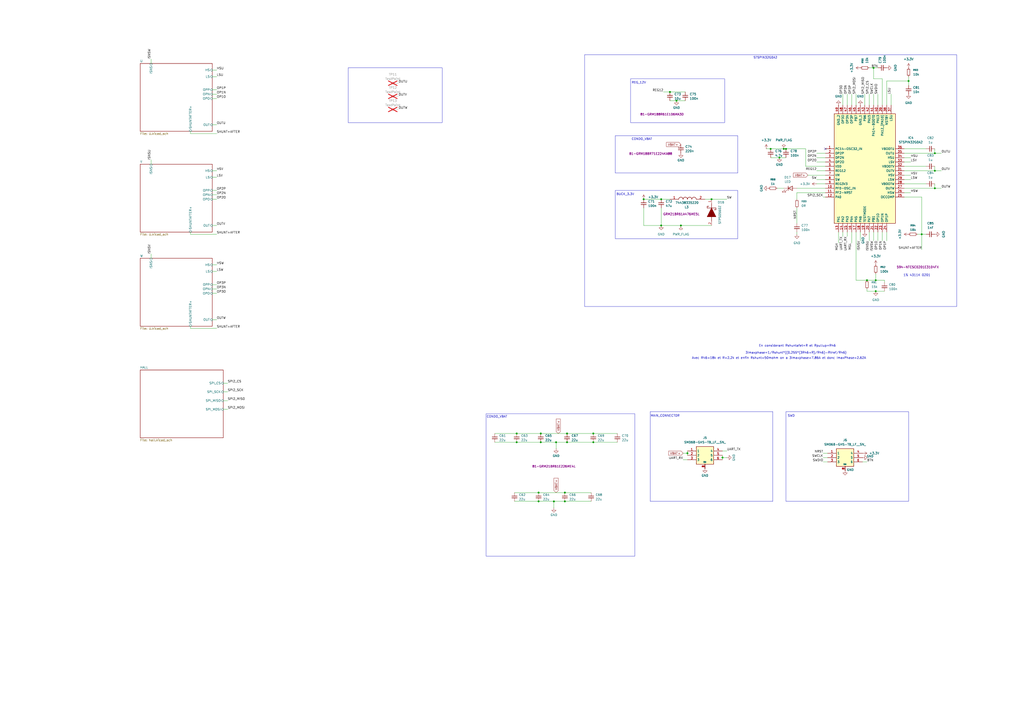
<source format=kicad_sch>
(kicad_sch (version 20250114) (generator "eeschema") (generator_version "9.0")
  (paper "A2")
  (rectangle (start 356.87 78.74) (end 427.99 100.33))
  (rectangle (start 339.09 31.75) (end 554.99 177.8))
  (rectangle (start 356.87 110.49) (end 427.99 138.43))
  (rectangle (start 281.94 240.03) (end 368.3 322.58))
  (rectangle (start 365.76 45.72) (end 420.37 71.12))
  (rectangle (start 201.93 39.37) (end 256.54 71.12))
  (rectangle (start 377.19 238.76) (end 448.31 290.83))
  (rectangle (start 455.93 238.76) (end 527.05 290.83))
  (text "BUCK_3.3V\n" (at 362.712 112.776 0) (effects (font (size 1.27 1.27))))
  (text "STSPIN32G0A2" (at 443.992 33.528 0) (effects (font (size 1.27 1.27))))
  (text "CONDO_VBAT" (at 288.29 241.808 0) (effects (font (size 1.27 1.27))))
  (text "MAIN_CONNECTOR" (at 385.826 241.3 0) (effects (font (size 1.27 1.27))))
  (text "1% 4311K 0201" (at 531.876 159.766 0) (effects (font (size 1.27 1.27))))
  (text "SWD\n" (at 458.978 241.3 0) (effects (font (size 1.27 1.27))))
  (text "CONDO_VBAT" (at 372.364 80.772 0) (effects (font (size 1.27 1.27))))
  (text "En considerant Rshuntafet=R et Rpullup=R46" (at 462.534 200.66 0) (effects (font (size 1.27 1.27))))
  (text "3Imaxphase=1/Rshunt*((0.255*(3R46+R)/R46)-RVref/R46)\n" (at 461.772 204.724 0) (effects (font (size 1.27 1.27))))
  (text "Avec R46=18k et R=2.2k et enfin Rshunt=50mohm on a 3Imaxphase=7.86A et donc ImaxPhase=2.62A" (at 451.866 207.772 0) (effects (font (size 1.27 1.27))))
  (text "REG_12V\n" (at 370.586 48.006 0) (effects (font (size 1.27 1.27))))
  (junction (at 373.38 115.57))
  (junction (at 419.1 265.43))
  (junction (at 508 162.56))
  (junction (at 542.29 109.22))
  (junction (at 328.93 256.54))
  (junction (at 344.17 251.46))
  (junction (at 299.72 251.46))
  (junction (at 321.31 290.83))
  (junction (at 455.93 86.36))
  (junction (at 452.12 91.44))
  (junction (at 542.29 99.06))
  (junction (at 299.72 256.54))
  (junction (at 313.69 251.46))
  (junction (at 392.43 58.42))
  (junction (at 383.54 115.57))
  (junction (at 454.66 86.36))
  (junction (at 328.93 251.46))
  (junction (at 394.97 130.81))
  (junction (at 542.29 88.9))
  (junction (at 327.66 285.75))
  (junction (at 388.62 53.34))
  (junction (at 447.04 86.36))
  (junction (at 506.73 39.37))
  (junction (at 412.75 115.57))
  (junction (at 312.42 290.83))
  (junction (at 327.66 290.83))
  (junction (at 508 168.91))
  (junction (at 527.05 46.99))
  (junction (at 322.58 256.54))
  (junction (at 383.54 130.81))
  (junction (at 313.69 256.54))
  (junction (at 344.17 256.54))
  (junction (at 312.42 285.75))
  (junction (at 502.92 162.56))
  (junction (at 534.67 135.89))
  (junction (at 398.78 262.89))
  (no_connect (at 478.79 86.36))
  (wire (pts (xy 524.51 109.22) (xy 542.29 109.22)))
  (wire (pts (xy 506.73 54.61) (xy 506.73 60.96)))
  (wire (pts (xy 125.73 153.67) (xy 123.19 153.67)))
  (wire (pts (xy 508 168.91) (xy 513.08 168.91)))
  (wire (pts (xy 419.1 265.43) (xy 419.1 266.7)))
  (wire (pts (xy 125.73 157.48) (xy 123.19 157.48)))
  (wire (pts (xy 528.32 111.76) (xy 524.51 111.76)))
  (wire (pts (xy 496.57 162.56) (xy 502.92 162.56)))
  (wire (pts (xy 494.03 140.97) (xy 494.03 134.62)))
  (wire (pts (xy 125.73 130.81) (xy 123.19 130.81)))
  (wire (pts (xy 110.49 190.5) (xy 110.49 189.23)))
  (wire (pts (xy 398.78 262.89) (xy 398.78 264.16)))
  (wire (pts (xy 87.63 92.71) (xy 87.63 95.25)))
  (wire (pts (xy 125.73 77.47) (xy 110.49 77.47)))
  (wire (pts (xy 383.54 130.81) (xy 394.97 130.81)))
  (wire (pts (xy 322.58 256.54) (xy 322.58 260.35)))
  (wire (pts (xy 504.19 54.61) (xy 504.19 60.96)))
  (wire (pts (xy 125.73 72.39) (xy 123.19 72.39)))
  (wire (pts (xy 473.71 88.9) (xy 478.79 88.9)))
  (wire (pts (xy 398.78 261.62) (xy 398.78 262.89)))
  (wire (pts (xy 502.92 168.91) (xy 508 168.91)))
  (wire (pts (xy 287.02 251.46) (xy 299.72 251.46)))
  (wire (pts (xy 125.73 54.61) (xy 123.19 54.61)))
  (wire (pts (xy 322.58 256.54) (xy 328.93 256.54)))
  (wire (pts (xy 125.73 170.18) (xy 123.19 170.18)))
  (wire (pts (xy 542.29 106.68) (xy 542.29 109.22)))
  (wire (pts (xy 524.51 114.3) (xy 534.67 114.3)))
  (wire (pts (xy 298.45 290.83) (xy 312.42 290.83)))
  (wire (pts (xy 396.24 266.7) (xy 398.78 266.7)))
  (wire (pts (xy 506.73 45.72) (xy 506.73 39.37)))
  (wire (pts (xy 473.71 91.44) (xy 478.79 91.44)))
  (wire (pts (xy 383.54 115.57) (xy 388.62 115.57)))
  (wire (pts (xy 542.29 88.9) (xy 546.1 88.9)))
  (wire (pts (xy 528.32 93.98) (xy 524.51 93.98)))
  (wire (pts (xy 125.73 110.49) (xy 123.19 110.49)))
  (wire (pts (xy 504.19 139.7) (xy 504.19 134.62)))
  (wire (pts (xy 534.67 114.3) (xy 534.67 135.89)))
  (wire (pts (xy 514.35 46.99) (xy 527.05 46.99)))
  (wire (pts (xy 528.32 91.44) (xy 524.51 91.44)))
  (wire (pts (xy 313.69 251.46) (xy 328.93 251.46)))
  (wire (pts (xy 125.73 102.87) (xy 123.19 102.87)))
  (wire (pts (xy 344.17 256.54) (xy 358.14 256.54)))
  (wire (pts (xy 125.73 185.42) (xy 123.19 185.42)))
  (wire (pts (xy 511.81 60.96) (xy 511.81 45.72)))
  (wire (pts (xy 477.52 262.89) (xy 480.06 262.89)))
  (wire (pts (xy 516.89 54.61) (xy 516.89 60.96)))
  (wire (pts (xy 125.73 99.06) (xy 123.19 99.06)))
  (wire (pts (xy 328.93 251.46) (xy 344.17 251.46)))
  (wire (pts (xy 373.38 130.81) (xy 373.38 120.65)))
  (wire (pts (xy 502.92 267.97) (xy 500.38 267.97)))
  (wire (pts (xy 494.03 54.61) (xy 494.03 60.96)))
  (wire (pts (xy 496.57 134.62) (xy 496.57 162.56)))
  (wire (pts (xy 388.62 53.34) (xy 397.51 53.34)))
  (wire (pts (xy 502.92 162.56) (xy 508 162.56)))
  (wire (pts (xy 313.69 256.54) (xy 322.58 256.54)))
  (wire (pts (xy 527.05 44.45) (xy 527.05 46.99)))
  (wire (pts (xy 447.04 86.36) (xy 454.66 86.36)))
  (wire (pts (xy 373.38 115.57) (xy 383.54 115.57)))
  (wire (pts (xy 321.31 290.83) (xy 327.66 290.83)))
  (wire (pts (xy 455.93 86.36) (xy 467.36 86.36)))
  (wire (pts (xy 486.41 140.97) (xy 486.41 134.62)))
  (wire (pts (xy 125.73 167.64) (xy 123.19 167.64)))
  (wire (pts (xy 488.95 54.61) (xy 488.95 60.96)))
  (wire (pts (xy 125.73 40.64) (xy 123.19 40.64)))
  (wire (pts (xy 513.08 162.56) (xy 513.08 163.83)))
  (wire (pts (xy 421.64 265.43) (xy 419.1 265.43)))
  (wire (pts (xy 328.93 256.54) (xy 344.17 256.54)))
  (wire (pts (xy 473.71 106.68) (xy 478.79 106.68)))
  (wire (pts (xy 450.85 109.22) (xy 454.66 109.22)))
  (wire (pts (xy 542.29 96.52) (xy 542.29 99.06)))
  (wire (pts (xy 542.29 86.36) (xy 542.29 88.9)))
  (wire (pts (xy 506.73 39.37) (xy 509.27 39.37)))
  (wire (pts (xy 491.49 137.16) (xy 491.49 134.62)))
  (wire (pts (xy 542.29 99.06) (xy 546.1 99.06)))
  (wire (pts (xy 491.49 54.61) (xy 491.49 60.96)))
  (wire (pts (xy 87.63 147.32) (xy 87.63 149.86)))
  (wire (pts (xy 508 162.56) (xy 508 158.75)))
  (wire (pts (xy 125.73 52.07) (xy 123.19 52.07)))
  (wire (pts (xy 468.63 101.6) (xy 478.79 101.6)))
  (wire (pts (xy 110.49 77.47) (xy 110.49 76.2)))
  (wire (pts (xy 467.36 96.52) (xy 478.79 96.52)))
  (wire (pts (xy 509.27 139.7) (xy 509.27 134.62)))
  (wire (pts (xy 473.71 93.98) (xy 478.79 93.98)))
  (wire (pts (xy 125.73 115.57) (xy 123.19 115.57)))
  (wire (pts (xy 396.24 262.89) (xy 398.78 262.89)))
  (wire (pts (xy 110.49 135.89) (xy 110.49 134.62)))
  (wire (pts (xy 392.43 58.42) (xy 397.51 58.42)))
  (wire (pts (xy 125.73 57.15) (xy 123.19 57.15)))
  (wire (pts (xy 388.62 58.42) (xy 392.43 58.42)))
  (wire (pts (xy 496.57 54.61) (xy 496.57 60.96)))
  (wire (pts (xy 447.04 91.44) (xy 452.12 91.44)))
  (wire (pts (xy 524.51 88.9) (xy 542.29 88.9)))
  (wire (pts (xy 87.63 34.29) (xy 87.63 36.83)))
  (wire (pts (xy 421.64 261.62) (xy 419.1 261.62)))
  (wire (pts (xy 412.75 115.57) (xy 421.64 115.57)))
  (wire (pts (xy 132.08 222.25) (xy 129.54 222.25)))
  (wire (pts (xy 513.08 162.56) (xy 508 162.56)))
  (wire (pts (xy 125.73 135.89) (xy 110.49 135.89)))
  (wire (pts (xy 298.45 285.75) (xy 312.42 285.75)))
  (wire (pts (xy 419.1 265.43) (xy 419.1 264.16)))
  (wire (pts (xy 299.72 256.54) (xy 313.69 256.54)))
  (wire (pts (xy 511.81 139.7) (xy 511.81 134.62)))
  (wire (pts (xy 462.28 120.65) (xy 462.28 129.54)))
  (wire (pts (xy 524.51 86.36) (xy 537.21 86.36)))
  (wire (pts (xy 312.42 285.75) (xy 327.66 285.75)))
  (wire (pts (xy 506.73 139.7) (xy 506.73 134.62)))
  (wire (pts (xy 473.71 104.14) (xy 478.79 104.14)))
  (wire (pts (xy 524.51 99.06) (xy 542.29 99.06)))
  (wire (pts (xy 125.73 165.1) (xy 123.19 165.1)))
  (wire (pts (xy 528.32 104.14) (xy 524.51 104.14)))
  (wire (pts (xy 125.73 113.03) (xy 123.19 113.03)))
  (wire (pts (xy 477.52 265.43) (xy 480.06 265.43)))
  (wire (pts (xy 504.19 39.37) (xy 506.73 39.37)))
  (wire (pts (xy 532.13 135.89) (xy 534.67 135.89)))
  (wire (pts (xy 383.54 120.65) (xy 383.54 130.81)))
  (wire (pts (xy 477.52 114.3) (xy 478.79 114.3)))
  (wire (pts (xy 327.66 285.75) (xy 342.9 285.75)))
  (wire (pts (xy 502.92 167.64) (xy 502.92 168.91)))
  (wire (pts (xy 327.66 290.83) (xy 342.9 290.83)))
  (wire (pts (xy 477.52 267.97) (xy 480.06 267.97)))
  (wire (pts (xy 527.05 46.99) (xy 527.05 49.53)))
  (wire (pts (xy 312.42 290.83) (xy 321.31 290.83)))
  (wire (pts (xy 454.66 86.36) (xy 455.93 86.36)))
  (wire (pts (xy 528.32 101.6) (xy 524.51 101.6)))
  (wire (pts (xy 524.51 106.68) (xy 537.21 106.68)))
  (wire (pts (xy 452.12 91.44) (xy 455.93 91.44)))
  (wire (pts (xy 488.95 137.16) (xy 488.95 134.62)))
  (wire (pts (xy 373.38 130.81) (xy 383.54 130.81)))
  (wire (pts (xy 524.51 96.52) (xy 537.21 96.52)))
  (wire (pts (xy 514.35 46.99) (xy 514.35 60.96)))
  (wire (pts (xy 473.71 99.06) (xy 478.79 99.06)))
  (wire (pts (xy 534.67 135.89) (xy 534.67 144.78)))
  (wire (pts (xy 287.02 256.54) (xy 299.72 256.54)))
  (wire (pts (xy 462.28 109.22) (xy 478.79 109.22)))
  (wire (pts (xy 509.27 54.61) (xy 509.27 60.96)))
  (wire (pts (xy 478.79 111.76) (xy 462.28 111.76)))
  (wire (pts (xy 125.73 44.45) (xy 123.19 44.45)))
  (wire (pts (xy 394.97 130.81) (xy 412.75 130.81)))
  (wire (pts (xy 132.08 237.49) (xy 129.54 237.49)))
  (wire (pts (xy 129.54 227.33) (xy 132.08 227.33)))
  (wire (pts (xy 408.94 115.57) (xy 412.75 115.57)))
  (wire (pts (xy 462.28 134.62) (xy 462.28 135.89)))
  (wire (pts (xy 462.28 111.76) (xy 462.28 115.57)))
  (wire (pts (xy 501.65 54.61) (xy 501.65 60.96)))
  (wire (pts (xy 499.11 139.7) (xy 499.11 134.62)))
  (wire (pts (xy 299.72 251.46) (xy 313.69 251.46)))
  (wire (pts (xy 444.5 86.36) (xy 447.04 86.36)))
  (wire (pts (xy 321.31 290.83) (xy 321.31 294.64)))
  (wire (pts (xy 384.81 53.34) (xy 388.62 53.34)))
  (wire (pts (xy 344.17 251.46) (xy 358.14 251.46)))
  (wire (pts (xy 467.36 86.36) (xy 467.36 96.52)))
  (wire (pts (xy 534.67 135.89) (xy 537.21 135.89)))
  (wire (pts (xy 132.08 232.41) (xy 129.54 232.41)))
  (wire (pts (xy 511.81 45.72) (xy 506.73 45.72)))
  (wire (pts (xy 514.35 139.7) (xy 514.35 134.62)))
  (wire (pts (xy 542.29 109.22) (xy 546.1 109.22)))
  (wire (pts (xy 125.73 190.5) (xy 110.49 190.5)))
  (label "LSV" (at 125.73 102.87 0))
  (label "NRST" (at 477.52 262.89 180))
  (label "SW" (at 473.71 104.14 180))
  (label "SPI2_MISO" (at 132.08 232.41 0))
  (label "HSW" (at 125.73 153.67 0))
  (label "HSV" (at 528.32 101.6 0))
  (label "SPI2_CS" (at 132.08 222.25 0))
  (label "NRST" (at 462.28 127 90))
  (label "OP1O" (at 125.73 57.15 0))
  (label "OP2O" (at 473.71 93.98 180))
  (label "ISNSU" (at 87.63 92.71 90))
  (label "ISNSU" (at 504.19 139.7 270))
  (label "HSU" (at 125.73 40.64 0))
  (label "OP2O" (at 125.73 115.57 0))
  (label "OUTV" (at 546.1 99.06 0))
  (label "MGL" (at 494.03 140.97 270))
  (label "SPI2_CS" (at 504.19 54.61 90))
  (label "BTN" (at 502.92 267.97 0))
  (label "OP3N" (at 125.73 167.64 0))
  (label "SPI2_SCK" (at 477.52 114.3 180))
  (label "UART_TX" (at 488.95 137.16 270))
  (label "OP2P" (at 473.71 88.9 180))
  (label "SPI2_MOSI" (at 132.08 237.49 0))
  (label "OP3P" (at 125.73 165.1 0))
  (label "OP1N" (at 511.81 139.7 270))
  (label "OUTW" (at 546.1 109.22 0))
  (label "OUTW" (at 231.14 63.5 0))
  (label "OP1N" (at 125.73 54.61 0))
  (label "OUTU" (at 546.1 88.9 0))
  (label "OP1P" (at 125.73 52.07 0))
  (label "ISNSV" (at 499.11 139.7 270))
  (label "LSU" (at 516.89 54.61 90))
  (label "OUTU" (at 125.73 72.39 0))
  (label "SHUNT+AFTER" (at 125.73 135.89 0))
  (label "OUTV" (at 231.14 55.88 0))
  (label "UART_RX" (at 396.24 266.7 180))
  (label "LSV" (at 528.32 93.98 0))
  (label "REG12" (at 384.81 53.34 180))
  (label "UART_RX" (at 491.49 137.16 270))
  (label "LSU" (at 125.73 44.45 0))
  (label "LSW" (at 528.32 104.14 0))
  (label "SPI2_MOSI" (at 496.57 54.61 90))
  (label "SW" (at 421.64 115.57 0))
  (label "SWDIO" (at 509.27 54.61 90))
  (label "UART_TX" (at 421.64 261.62 0))
  (label "ISNSV" (at 87.63 147.32 90))
  (label "OP1O" (at 509.27 139.7 270))
  (label "SWDIO" (at 477.52 267.97 180))
  (label "HSU" (at 528.32 91.44 0))
  (label "OP3P" (at 494.03 54.61 90))
  (label "REG12" (at 473.71 99.06 180))
  (label "HSV" (at 125.73 99.06 0))
  (label "OP1P" (at 514.35 139.7 270))
  (label "ISNSW" (at 87.63 34.29 90))
  (label "SHUNT+AFTER" (at 534.67 144.78 180))
  (label "OUTW" (at 125.73 185.42 0))
  (label "HSW" (at 528.32 111.76 0))
  (label "OP2N" (at 125.73 113.03 0))
  (label "SPI2_SCK" (at 132.08 227.33 0))
  (label "SWCLK" (at 506.73 54.61 90))
  (label "LSW" (at 125.73 157.48 0))
  (label "BTN" (at 505.46 39.37 0))
  (label "OP3N" (at 491.49 54.61 90))
  (label "OUTU" (at 231.14 48.26 0))
  (label "ISNSW" (at 506.73 139.7 270))
  (label "MGH" (at 486.41 140.97 270))
  (label "SWCLK" (at 477.52 265.43 180))
  (label "OP2P" (at 125.73 110.49 0))
  (label "OP3O" (at 125.73 170.18 0))
  (label "SPI2_MISO" (at 501.65 54.61 90))
  (label "OP2N" (at 473.71 91.44 180))
  (label "SHUNT+AFTER" (at 125.73 77.47 0))
  (label "OUTV" (at 125.73 130.81 0))
  (label "SHUNT+AFTER" (at 125.73 190.5 0))
  (label "OP3O" (at 488.95 54.61 90))
  (global_label "VBAT+" (shape input) (at 394.97 83.82 180) (property "Intersheetrefs" "${INTERSHEET_REFS}" (effects (hide yes))))
  (global_label "VBAT+" (shape input) (at 322.58 285.75 90) (property "Intersheetrefs" "${INTERSHEET_REFS}" (effects (hide yes))))
  (global_label "VBAT+" (shape input) (at 468.63 101.6 180) (property "Intersheetrefs" "${INTERSHEET_REFS}" (effects (hide yes))))
  (global_label "VBAT+" (shape input) (at 323.85 251.46 90) (property "Intersheetrefs" "${INTERSHEET_REFS}" (effects (hide yes))))
  (global_label "VBAT+" (shape input) (at 396.24 262.89 180) (property "Intersheetrefs" "${INTERSHEET_REFS}" (effects (hide yes))))
  (symbol (lib_id "Device:C_Small") (at 539.75 96.52 90) (unit 1)
    (property "Reference" "C3" (at 539.7563 90.17 90))
    (property "Value" "1u" (at 539.7563 92.71 90))
    (property "Footprint" "Capacitor_SMD:C_0603_1608Metric" (effects (hide yes)))
    (property "Description" "Unpolarized capacitor, small symbol" (effects (hide yes)))
    (property "Manufacturer_Part_Number" "GCM188M8EH105KE8D" (effects (hide yes)))
    (property "Mouser Part Number" "81-GCM188M8EH105KE8D" (effects (hide yes)))
    (instances (project "FOC_CONTROLLER_V1" (path "" (reference "C83") (unit 1)) (path "" (reference "C3") (unit 1)) (path "" (reference "C48") (unit 1))))
  )
  (symbol (lib_id "Connector:TestPoint") (at 231.14 55.88 90) (unit 1) (dnp yes)
    (property "Reference" "TP6" (at 227.838 50.8 90))
    (property "Value" "TestPoint" (at 227.838 53.34 90))
    (property "Footprint" "samacsys:hole_1.5mm" (effects (hide yes)))
    (property "Description" "test point" (effects (hide yes)))
    (instances (project "FOC_CONTROLLER_V1" (path "" (reference "TP12") (unit 1)) (path "" (reference "TP6") (unit 1)) (path "" (reference "TP9") (unit 1))))
  )
  (symbol (lib_id "power:GND") (at 462.28 135.89 0) (unit 1)
    (property "Reference" "#PWR013" (effects (hide yes)))
    (property "Value" "GND" (at 462.28 140.97 0))
    (property "Description" "Power symbol creates a global label with name \"GND\" , ground" (effects (hide yes)))
    (instances (project "FOC_CONTROLLER_V1" (path "" (reference "#PWR098") (unit 1)) (path "" (reference "#PWR013") (unit 1)) (path "" (reference "#PWR034") (unit 1))))
  )
  (symbol (lib_id "power:GND") (at 445.77 109.22 270) (unit 1)
    (property "Reference" "#PWR047" (effects (hide yes)))
    (property "Value" "GND" (at 441.706 109.22 0))
    (property "Description" "Power symbol creates a global label with name \"GND\" , ground" (effects (hide yes)))
    (instances (project "FOC_CONTROLLER_V1" (path "" (reference "#PWR097") (unit 1)) (path "" (reference "#PWR047") (unit 1)) (path "" (reference "#PWR033") (unit 1))))
  )
  (symbol (lib_id "Device:C_Small") (at 388.62 55.88 180) (unit 1)
    (property "Reference" "C11" (at 391.16 54.6035 0) (effects (justify right)))
    (property "Value" "10u" (at 391.16 57.1435 0) (effects (justify right)))
    (property "Footprint" "Capacitor_SMD:C_0603_1608Metric" (effects (hide yes)))
    (property "Description" "Unpolarized capacitor, small symbol" (effects (hide yes)))
    (property "Manufacturer_Part_Number" "GRM188R61E106MA3D" (effects (hide yes)))
    (property "Mouser Part Number" "81-GRM188R61E106MA3D" (at 384.048 66.294 0))
    (instances (project "FOC_CONTROLLER_V1" (path "" (reference "C73") (unit 1)) (path "" (reference "C11") (unit 1)) (path "" (reference "C38") (unit 1))))
  )
  (symbol (lib_id "power:GND") (at 394.97 88.9 0) (unit 1)
    (property "Reference" "#PWR015" (effects (hide yes)))
    (property "Value" "GND" (at 394.97 92.964 0))
    (property "Description" "Power symbol creates a global label with name \"GND\" , ground" (effects (hide yes)))
    (instances (project "FOC_CONTROLLER_V1" (path "" (reference "#PWR093") (unit 1)) (path "" (reference "#PWR015") (unit 1)) (path "" (reference "#PWR027") (unit 1))))
  )
  (symbol (lib_id "Device:R_Small") (at 527.05 41.91 0) (unit 1)
    (property "Reference" "R2" (at 529.59 40.6399 0) (effects (font (size 1.016 1.016)) (justify left)))
    (property "Value" "10k" (at 529.59 43.1799 0) (effects (justify left)))
    (property "Footprint" "Resistor_SMD:R_0201_0603Metric_Pad0.64x0.40mm_HandSolder" (effects (hide yes)))
    (property "Description" "Resistor, small symbol" (effects (hide yes)))
    (instances (project "FOC_CONTROLLER_V1" (path "" (reference "R93") (unit 1)) (path "" (reference "R2") (unit 1)) (path "" (reference "R48") (unit 1))))
  )
  (symbol (lib_id "Device:R_Small") (at 448.31 109.22 90) (unit 1)
    (property "Reference" "R47" (at 448.31 104.14 90) (effects (font (size 1.016 1.016))))
    (property "Value" "1k" (at 448.31 106.68 90))
    (property "Footprint" "Resistor_SMD:R_0201_0603Metric_Pad0.64x0.40mm_HandSolder" (effects (hide yes)))
    (property "Description" "Resistor, small symbol" (effects (hide yes)))
    (instances (project "FOC_CONTROLLER_V1" (path "" (reference "R88") (unit 1)) (path "" (reference "R47") (unit 1)) (path "" (reference "R38") (unit 1))))
  )
  (symbol (lib_id "power:GND") (at 421.64 265.43 90) (unit 1)
    (property "Reference" "#PWR038" (effects (hide yes)))
    (property "Value" "GND" (at 425.704 265.43 0))
    (property "Description" "Power symbol creates a global label with name \"GND\" , ground" (effects (hide yes)))
    (instances (project "FOC_CONTROLLER_V1" (path "" (reference "#PWR095") (unit 1)) (path "" (reference "#PWR038") (unit 1)) (path "" (reference "#PWR029") (unit 1))))
  )
  (symbol (lib_id "Device:C_Small") (at 397.51 55.88 0) (unit 1)
    (property "Reference" "C12" (at 400.05 54.6162 0) (effects (justify left)))
    (property "Value" "100n" (at 400.05 57.1562 0) (effects (justify left)))
    (property "Footprint" "Capacitor_SMD:C_0201_0603Metric_Pad0.64x0.40mm_HandSolder" (effects (hide yes)))
    (property "Description" "Unpolarized capacitor, small symbol" (effects (hide yes)))
    (instances (project "FOC_CONTROLLER_V1" (path "" (reference "C75") (unit 1)) (path "" (reference "C12") (unit 1)) (path "" (reference "C40") (unit 1))))
  )
  (symbol (lib_id "power:+3.3V") (at 444.5 86.36 0) (unit 1)
    (property "Reference" "#PWR03" (effects (hide yes)))
    (property "Value" "+3.3V" (at 444.5 81.28 0))
    (property "Description" "Power symbol creates a global label with name \"+3.3V\"" (effects (hide yes)))
    (instances (project "FOC_CONTROLLER_V1" (path "" (reference "#PWR096") (unit 1)) (path "" (reference "#PWR03") (unit 1)) (path "" (reference "#PWR032") (unit 1))))
  )
  (symbol (lib_id "Device:C_Small") (at 312.42 288.29 0) (unit 1)
    (property "Reference" "C34" (at 314.96 287.0262 0) (effects (justify left)))
    (property "Value" "22u" (at 314.96 289.5662 0) (effects (justify left)))
    (property "Footprint" "Capacitor_SMD:C_0805_2012Metric" (effects (hide yes)))
    (property "Description" "GRM21BR61A476ME15" (effects (hide yes)))
    (property "Manufacturer_Part_Number" "GRM21BR61E226ME4L" (effects (hide yes)))
    (property "Mouser Part Number" "81-GRM21BR61E226ME4L" (effects (hide yes)))
    (instances (project "FOC_CONTROLLER_V1" (path "" (reference "C64") (unit 1)) (path "" (reference "C34") (unit 1)) (path "" (reference "C16") (unit 1))))
  )
  (symbol (lib_id "samacsys:STSPIN32G0A2") (at 478.79 86.36 0) (unit 1)
    (property "Reference" "IC1" (at 528.32 79.9398 0))
    (property "Value" "STSPIN32G0A2" (at 528.32 82.4798 0))
    (property "Footprint" "samacsys:QFN50P700X700X105-49N-D" (effects (hide yes)))
    (property "Datasheet" "https://www.st.com/resource/en/datasheet/stspin32g0a1.pdf" (effects (hide yes)))
    (property "Description" "Advanced brushless motor controller with embedded STM32G0 MCU Operating voltage from 6.7 to 45 V temperature range: -40 to +125 C" (effects (hide yes)))
    (property "Height" "1.05" (effects (hide yes)))
    (property "Manufacturer_Name" "STMicroelectronics" (effects (hide yes)))
    (property "Manufacturer_Part_Number" "STSPIN32G0A2" (effects (hide yes)))
    (property "Mouser Part Number" "511-STSPIN32G0A2" (effects (hide yes)))
    (instances (project "FOC_CONTROLLER_V1" (path "" (reference "IC4") (unit 1)) (path "" (reference "IC1") (unit 1)) (path "" (reference "IC2") (unit 1))))
  )
  (symbol (lib_id "power:GND") (at 527.05 54.61 0) (unit 1)
    (property "Reference" "#PWR09" (effects (hide yes)))
    (property "Value" "GND" (at 527.05 59.69 0))
    (property "Description" "Power symbol creates a global label with name \"GND\" , ground" (effects (hide yes)))
    (instances (project "FOC_CONTROLLER_V1" (path "" (reference "#PWR0115") (unit 1)) (path "" (reference "#PWR09") (unit 1)) (path "" (reference "#PWR064") (unit 1))))
  )
  (symbol (lib_id "power:GND") (at 501.65 134.62 0) (unit 1)
    (property "Reference" "#PWR014" (effects (hide yes)))
    (property "Value" "GND" (at 500.634 139.446 90))
    (property "Description" "Power symbol creates a global label with name \"GND\" , ground" (effects (hide yes)))
    (instances (project "FOC_CONTROLLER_V1" (path "" (reference "#PWR0110") (unit 1)) (path "" (reference "#PWR014") (unit 1)) (path "" (reference "#PWR059") (unit 1))))
  )
  (symbol (lib_id "samacsys:STPS0560Z") (at 412.75 113.03 270) (unit 1)
    (property "Reference" "D1" (at 416.306 117.348 90) (effects (justify left)))
    (property "Value" "STPS0560Z" (at 417.576 119.126 0) (effects (justify left)))
    (property "Footprint" "samacsys:STPS0560Z" (effects (hide yes)))
    (property "Datasheet" "http://www.st.com/web/en/resource/technical/document/datasheet/CD00001852.pdf" (effects (hide yes)))
    (property "Description" "STPS0560Z, Schottky Diode,  0.5A max, 60V, 2-Pin, SOD-123" (effects (hide yes)))
    (property "Manufacturer_Name" "STMicroelectronics" (effects (hide yes)))
    (property "Manufacturer_Part_Number" "STPS0560Z" (effects (hide yes)))
    (property "Mouser Part Number" "511-STPS0560Z" (effects (hide yes)))
    (property "Mouser Price/Stock" "https://www.mouser.co.uk/ProductDetail/STMicroelectronics/STPS0560Z?qs=E0mHVHmM7ubnz8C3lwoo5Q%3D%3D" (effects (hide yes)))
    (property "Arrow Part Number" "STPS0560Z" (effects (hide yes)))
    (property "Arrow Price/Stock" "https://www.arrow.com/en/products/stps0560z/stmicroelectronics?region=nac" (effects (hide yes)))
    (instances (project "FOC_CONTROLLER_V1" (path "" (reference "D16") (unit 1)) (path "" (reference "D1") (unit 1)) (path "" (reference "D7") (unit 1))))
  )
  (symbol (lib_id "power:GND") (at 508 168.91 0) (unit 1)
    (property "Reference" "#PWR043" (effects (hide yes)))
    (property "Value" "GND" (at 508 173.99 0))
    (property "Description" "Power symbol creates a global label with name \"GND\" , ground" (effects (hide yes)))
    (instances (project "FOC_CONTROLLER_V1" (path "" (reference "#PWR0112") (unit 1)) (path "" (reference "#PWR043") (unit 1)) (path "" (reference "#PWR061") (unit 1))))
  )
  (symbol (lib_id "Device:C_Small") (at 328.93 254 0) (unit 1)
    (property "Reference" "C26" (at 331.47 252.7362 0) (effects (justify left)))
    (property "Value" "22u" (at 331.47 255.2762 0) (effects (justify left)))
    (property "Footprint" "Capacitor_SMD:C_0805_2012Metric" (effects (hide yes)))
    (property "Description" "GRM21BR61A476ME15" (effects (hide yes)))
    (property "Manufacturer_Part_Number" "GRM21BR61E226ME4L" (effects (hide yes)))
    (property "Mouser Part Number" "81-GRM21BR61E226ME4L" (effects (hide yes)))
    (instances (project "FOC_CONTROLLER_V1" (path "" (reference "C67") (unit 1)) (path "" (reference "C26") (unit 1)) (path "" (reference "C19") (unit 1))))
  )
  (symbol (lib_id "Device:C_Small") (at 313.69 254 0) (unit 1)
    (property "Reference" "C25" (at 316.23 252.7362 0) (effects (justify left)))
    (property "Value" "22u" (at 316.23 255.2762 0) (effects (justify left)))
    (property "Footprint" "Capacitor_SMD:C_0805_2012Metric" (effects (hide yes)))
    (property "Description" "GRM21BR61A476ME15" (effects (hide yes)))
    (property "Manufacturer_Part_Number" "GRM21BR61E226ME4L" (effects (hide yes)))
    (property "Mouser Part Number" "81-GRM21BR61E226ME4L" (at 321.31 270.51 0))
    (instances (project "FOC_CONTROLLER_V1" (path "" (reference "C65") (unit 1)) (path "" (reference "C25") (unit 1)) (path "" (reference "C17") (unit 1))))
  )
  (symbol (lib_id "power:GND") (at 500.38 265.43 90) (unit 1)
    (property "Reference" "#PWR048" (effects (hide yes)))
    (property "Value" "GND" (at 502.666 264.668 90) (effects (justify right)))
    (property "Description" "Power symbol creates a global label with name \"GND\" , ground" (effects (hide yes)))
    (instances (project "FOC_CONTROLLER_V1" (path "" (reference "#PWR0109") (unit 1)) (path "" (reference "#PWR048") (unit 1)) (path "" (reference "#PWR058") (unit 1))))
  )
  (symbol (lib_id "power:PWR_FLAG") (at 394.97 130.81 180) (unit 1)
    (property "Reference" "#FLG02" (effects (hide yes)))
    (property "Value" "PWR_FLAG" (at 394.97 135.89 0))
    (property "Description" "Special symbol for telling ERC where power comes from" (effects (hide yes)))
    (instances (project "FOC_CONTROLLER_V1" (path "" (reference "#FLG05") (unit 1)) (path "" (reference "#FLG02") (unit 1)) (path "" (reference "#FLG03") (unit 1))))
  )
  (symbol (lib_id "Device:C_Small") (at 539.75 135.89 90) (unit 1)
    (property "Reference" "C30" (at 539.7563 129.54 90))
    (property "Value" "1nF" (at 539.7563 132.08 90))
    (property "Footprint" "Capacitor_SMD:C_0201_0603Metric_Pad0.64x0.40mm_HandSolder" (effects (hide yes)))
    (property "Description" "Unpolarized capacitor, small symbol" (effects (hide yes)))
    (instances (project "FOC_CONTROLLER_V1" (path "" (reference "C85") (unit 1)) (path "" (reference "C30") (unit 1)) (path "" (reference "C50") (unit 1))))
  )
  (symbol (lib_id "Device:R_Small") (at 501.65 39.37 90) (unit 1)
    (property "Reference" "R40" (at 500.3799 36.83 0) (effects (font (size 1.016 1.016)) (justify left)))
    (property "Value" "10k" (at 502.9199 36.83 0) (effects (justify left)))
    (property "Footprint" "Resistor_SMD:R_0201_0603Metric_Pad0.64x0.40mm_HandSolder" (effects (hide yes)))
    (property "Description" "Resistor, small symbol" (effects (hide yes)))
    (instances (project "FOC_CONTROLLER_V1" (path "" (reference "R90") (unit 1)) (path "" (reference "R40") (unit 1)) (path "" (reference "R43") (unit 1))))
  )
  (symbol (lib_id "Device:C_Small") (at 462.28 132.08 0) (unit 1)
    (property "Reference" "C9" (at 464.82 130.8162 0) (effects (justify left)))
    (property "Value" "100n" (at 464.82 133.3562 0) (effects (justify left)))
    (property "Footprint" "Capacitor_SMD:C_0201_0603Metric_Pad0.64x0.40mm_HandSolder" (effects (hide yes)))
    (property "Description" "Unpolarized capacitor, small symbol" (effects (hide yes)))
    (instances (project "FOC_CONTROLLER_V1" (path "" (reference "C77") (unit 1)) (path "" (reference "C9") (unit 1)) (path "" (reference "C42") (unit 1))))
  )
  (symbol (lib_id "power:+3.3V") (at 499.11 39.37 90) (unit 1)
    (property "Reference" "#PWR040" (effects (hide yes)))
    (property "Value" "+3.3V" (at 494.03 39.37 0))
    (property "Description" "Power symbol creates a global label with name \"+3.3V\"" (effects (hide yes)))
    (instances (project "FOC_CONTROLLER_V1" (path "" (reference "#PWR0106") (unit 1)) (path "" (reference "#PWR040") (unit 1)) (path "" (reference "#PWR055") (unit 1))))
  )
  (symbol (lib_id "power:GND") (at 392.43 58.42 0) (unit 1)
    (property "Reference" "#PWR016" (effects (hide yes)))
    (property "Value" "GND" (at 392.43 62.484 0))
    (property "Description" "Power symbol creates a global label with name \"GND\" , ground" (effects (hide yes)))
    (instances (project "FOC_CONTROLLER_V1" (path "" (reference "#PWR092") (unit 1)) (path "" (reference "#PWR016") (unit 1)) (path "" (reference "#PWR026") (unit 1))))
  )
  (symbol (lib_id "Device:C_Small") (at 511.81 39.37 90) (unit 1)
    (property "Reference" "C28" (at 510.5462 36.83 0) (effects (justify left)))
    (property "Value" "100n" (at 513.0862 36.83 0) (effects (justify left)))
    (property "Footprint" "Capacitor_SMD:C_0201_0603Metric_Pad0.64x0.40mm_HandSolder" (effects (hide yes)))
    (property "Description" "Unpolarized capacitor, small symbol" (effects (hide yes)))
    (instances (project "FOC_CONTROLLER_V1" (path "" (reference "C79") (unit 1)) (path "" (reference "C28") (unit 1)) (path "" (reference "C44") (unit 1))))
  )
  (symbol (lib_id "Device:C_Small") (at 344.17 254 0) (unit 1)
    (property "Reference" "C27" (at 346.71 252.7362 0) (effects (justify left)))
    (property "Value" "22u" (at 346.71 255.2762 0) (effects (justify left)))
    (property "Footprint" "Capacitor_SMD:C_0805_2012Metric" (effects (hide yes)))
    (property "Description" "GRM21BR61A476ME15" (effects (hide yes)))
    (property "Manufacturer_Part_Number" "GRM21BR61E226ME4L" (effects (hide yes)))
    (property "Mouser Part Number" "81-GRM21BR61E226ME4L" (effects (hide yes)))
    (instances (project "FOC_CONTROLLER_V1" (path "" (reference "C69") (unit 1)) (path "" (reference "C27") (unit 1)) (path "" (reference "C21") (unit 1))))
  )
  (symbol (lib_id "power:+3.3V") (at 527.05 135.89 90) (unit 1)
    (property "Reference" "#PWR044" (effects (hide yes)))
    (property "Value" "+3.3V" (at 521.97 135.89 0))
    (property "Description" "Power symbol creates a global label with name \"+3.3V\"" (effects (hide yes)))
    (instances (project "FOC_CONTROLLER_V1" (path "" (reference "#PWR0116") (unit 1)) (path "" (reference "#PWR044") (unit 1)) (path "" (reference "#PWR065") (unit 1))))
  )
  (symbol (lib_id "power:GND") (at 408.94 271.78 0) (unit 1)
    (property "Reference" "#PWR052" (effects (hide yes)))
    (property "Value" "GND" (at 408.94 275.844 0))
    (property "Description" "Power symbol creates a global label with name \"GND\" , ground" (effects (hide yes)))
    (instances (project "FOC_CONTROLLER_V1" (path "" (reference "#PWR094") (unit 1)) (path "" (reference "#PWR052") (unit 1)) (path "" (reference "#PWR028") (unit 1))))
  )
  (symbol (lib_id "Device:C_Small") (at 539.75 86.36 90) (unit 1)
    (property "Reference" "C2" (at 539.7563 80.01 90))
    (property "Value" "1u" (at 539.7563 82.55 90))
    (property "Footprint" "Capacitor_SMD:C_0603_1608Metric" (effects (hide yes)))
    (property "Description" "Unpolarized capacitor, small symbol" (effects (hide yes)))
    (property "Manufacturer_Part_Number" "GCM188M8EH105KE8D" (effects (hide yes)))
    (property "Mouser Part Number" "81-GCM188M8EH105KE8D" (effects (hide yes)))
    (instances (project "FOC_CONTROLLER_V1" (path "" (reference "C82") (unit 1)) (path "" (reference "C2") (unit 1)) (path "" (reference "C47") (unit 1))))
  )
  (symbol (lib_id "Device:C_Small") (at 327.66 288.29 0) (unit 1)
    (property "Reference" "C35" (at 330.2 287.0262 0) (effects (justify left)))
    (property "Value" "22u" (at 330.2 289.5662 0) (effects (justify left)))
    (property "Footprint" "Capacitor_SMD:C_0805_2012Metric" (effects (hide yes)))
    (property "Description" "GRM21BR61A476ME15" (effects (hide yes)))
    (property "Manufacturer_Part_Number" "GRM21BR61E226ME4L" (effects (hide yes)))
    (property "Mouser Part Number" "81-GRM21BR61E226ME4L" (effects (hide yes)))
    (instances (project "FOC_CONTROLLER_V1" (path "" (reference "C66") (unit 1)) (path "" (reference "C35") (unit 1)) (path "" (reference "C18") (unit 1))))
  )
  (symbol (lib_id "Device:LED") (at 458.47 109.22 0) (unit 1)
    (property "Reference" "D8" (at 456.8825 102.87 0))
    (property "Value" "LED" (at 456.8825 105.41 0))
    (property "Footprint" "LED_SMD:LED_0402_1005Metric" (effects (hide yes)))
    (property "Description" "Light emitting diode" (effects (hide yes)))
    (property "Sim.Pins" "1=K 2=A" (effects (hide yes)))
    (instances (project "FOC_CONTROLLER_V1" (path "" (reference "D17") (unit 1)) (path "" (reference "D8") (unit 1)) (path "" (reference "D9") (unit 1))))
  )
  (symbol (lib_id "Device:C_Small") (at 383.54 118.11 0) (unit 1)
    (property "Reference" "C7" (at 386.08 116.8462 0) (effects (justify left)))
    (property "Value" "47u" (at 386.08 119.3862 0) (effects (justify left)))
    (property "Footprint" "Capacitor_SMD:C_0805_2012Metric" (effects (hide yes)))
    (property "Description" "GRM21BR61A476ME15" (effects (hide yes)))
    (property "Manufacturer_Part_Number" "GRM21BR61A476ME5L " (at 395.732 124.206 0))
    (property "Mouser Part Number" "81-GRM21BR61A476ME5L " (effects (hide yes)))
    (instances (project "FOC_CONTROLLER_V1" (path "" (reference "C72") (unit 1)) (path "" (reference "C7") (unit 1)) (path "" (reference "C37") (unit 1))))
  )
  (symbol (lib_id "Device:C_Small") (at 513.08 166.37 0) (unit 1)
    (property "Reference" "C29" (at 515.62 165.1062 0) (effects (justify left)))
    (property "Value" "100n" (at 515.62 167.6462 0) (effects (justify left)))
    (property "Footprint" "Capacitor_SMD:C_0201_0603Metric_Pad0.64x0.40mm_HandSolder" (effects (hide yes)))
    (property "Description" "Unpolarized capacitor, small symbol" (effects (hide yes)))
    (instances (project "FOC_CONTROLLER_V1" (path "" (reference "C80") (unit 1)) (path "" (reference "C29") (unit 1)) (path "" (reference "C45") (unit 1))))
  )
  (symbol (lib_id "samacsys:SM06B-GHS-TB_LF__SN_") (at 398.78 261.62 0) (unit 1)
    (property "Reference" "J2" (at 408.94 254 0))
    (property "Value" "SM06B-GHS-TB_LF__SN_" (at 408.94 256.54 0))
    (property "Footprint" "samacsys:SM06B-GHS-TB" (effects (hide yes)))
    (property "Datasheet" "https://datasheet.datasheetarchive.com/originals/distributors/Datasheets_SAMA/e4ef010dc292ea31091454f6c0afb63a.pdf" (effects (hide yes)))
    (property "Description" "GH 1.25mm header side entry 6 way JST GH Series, 1.25mm Pitch 6 Way Right Angle PCB Header, Solder Termination, 1A" (effects (hide yes)))
    (property "Manufacturer_Name" "JST (JAPAN SOLDERLESS TERMINALS)" (effects (hide yes)))
    (property "Manufacturer_Part_Number" "SM06B-GHS-TB(LF)(SN)" (effects (hide yes)))
    (property "Mouser Part Number" "N/A" (effects (hide yes)))
    (property "Mouser Price/Stock" "https://www.mouser.co.uk/ProductDetail/JST-Commercial/SM06B-GHS-TBLFSN?qs=QpmGXVUTftFzTQe43vH9Ig%3D%3D" (effects (hide yes)))
    (property "Arrow Part Number" "SM06B-GHS-TB(LF)(SN)" (effects (hide yes)))
    (property "Arrow Price/Stock" "https://www.arrow.com/en/products/sm06b-ghs-tb-lf-sn/jst-manufacturing" (effects (hide yes)))
    (instances (project "FOC_CONTROLLER_V1" (path "" (reference "J5") (unit 1)) (path "" (reference "J2") (unit 1)) (path "" (reference "J3") (unit 1))))
  )
  (symbol (lib_id "Device:R_Small") (at 502.92 165.1 0) (unit 1)
    (property "Reference" "R42" (at 505.46 163.8299 0) (effects (font (size 1.016 1.016)) (justify left)))
    (property "Value" "15k" (at 505.46 166.3699 0) (effects (justify left)))
    (property "Footprint" "Resistor_SMD:R_0201_0603Metric_Pad0.64x0.40mm_HandSolder" (effects (hide yes)))
    (property "Description" "Resistor, small symbol" (effects (hide yes)))
    (instances (project "FOC_CONTROLLER_V1" (path "" (reference "R91") (unit 1)) (path "" (reference "R42") (unit 1)) (path "" (reference "R44") (unit 1))))
  )
  (symbol (lib_id "Device:C_Small") (at 298.45 288.29 0) (unit 1)
    (property "Reference" "C33" (at 300.99 287.0262 0) (effects (justify left)))
    (property "Value" "22u" (at 300.99 289.5662 0) (effects (justify left)))
    (property "Footprint" "Capacitor_SMD:C_0805_2012Metric" (effects (hide yes)))
    (property "Description" "GRM21BR61A476ME15" (effects (hide yes)))
    (property "Manufacturer_Part_Number" "GRM21BR61E226ME4L" (effects (hide yes)))
    (property "Mouser Part Number" "81-GRM21BR61E226ME4L" (effects (hide yes)))
    (instances (project "FOC_CONTROLLER_V1" (path "" (reference "C62") (unit 1)) (path "" (reference "C33") (unit 1)) (path "" (reference "C14") (unit 1))))
  )
  (symbol (lib_id "power:PWR_FLAG") (at 454.66 86.36 0) (unit 1)
    (property "Reference" "#FLG01" (effects (hide yes)))
    (property "Value" "PWR_FLAG" (at 454.66 81.28 0))
    (property "Description" "Special symbol for telling ERC where power comes from" (effects (hide yes)))
    (instances (project "FOC_CONTROLLER_V1" (path "" (reference "#FLG06") (unit 1)) (path "" (reference "#FLG01") (unit 1)) (path "" (reference "#FLG04") (unit 1))))
  )
  (symbol (lib_id "power:+3.3V") (at 473.71 106.68 90) (unit 1)
    (property "Reference" "#PWR05" (effects (hide yes)))
    (property "Value" "+3.3V" (at 469.9 106.6799 90) (effects (justify left)))
    (property "Description" "Power symbol creates a global label with name \"+3.3V\"" (effects (hide yes)))
    (instances (project "FOC_CONTROLLER_V1" (path "" (reference "#PWR0102") (unit 1)) (path "" (reference "#PWR05") (unit 1)) (path "" (reference "#PWR039") (unit 1))))
  )
  (symbol (lib_id "power:+3.3V") (at 500.38 262.89 270) (unit 1)
    (property "Reference" "#PWR049" (effects (hide yes)))
    (property "Value" "+3.3V" (at 504.19 262.8899 90) (effects (justify left)))
    (property "Description" "Power symbol creates a global label with name \"+3.3V\"" (effects (hide yes)))
    (instances (project "FOC_CONTROLLER_V1" (path "" (reference "#PWR0108") (unit 1)) (path "" (reference "#PWR049") (unit 1)) (path "" (reference "#PWR057") (unit 1))))
  )
  (symbol (lib_id "power:GND") (at 542.29 135.89 90) (unit 1)
    (property "Reference" "#PWR045" (effects (hide yes)))
    (property "Value" "GND" (at 547.37 135.89 0))
    (property "Description" "Power symbol creates a global label with name \"GND\" , ground" (effects (hide yes)))
    (instances (project "FOC_CONTROLLER_V1" (path "" (reference "#PWR0117") (unit 1)) (path "" (reference "#PWR045") (unit 1)) (path "" (reference "#PWR066") (unit 1))))
  )
  (symbol (lib_id "Device:C_Small") (at 342.9 288.29 0) (unit 1)
    (property "Reference" "C36" (at 345.44 287.0262 0) (effects (justify left)))
    (property "Value" "22u" (at 345.44 289.5662 0) (effects (justify left)))
    (property "Footprint" "Capacitor_SMD:C_0805_2012Metric" (effects (hide yes)))
    (property "Description" "GRM21BR61A476ME15" (effects (hide yes)))
    (property "Manufacturer_Part_Number" "GRM21BR61E226ME4L" (effects (hide yes)))
    (property "Mouser Part Number" "81-GRM21BR61E226ME4L" (effects (hide yes)))
    (instances (project "FOC_CONTROLLER_V1" (path "" (reference "C68") (unit 1)) (path "" (reference "C36") (unit 1)) (path "" (reference "C20") (unit 1))))
  )
  (symbol (lib_id "Device:R_Small") (at 508 156.21 0) (unit 1)
    (property "Reference" "R41" (at 510.54 154.9399 0) (effects (font (size 1.016 1.016)) (justify left)))
    (property "Value" "100k" (at 510.54 157.4799 0) (effects (justify left)))
    (property "Footprint" "Resistor_SMD:R_0201_0603Metric_Pad0.64x0.40mm_HandSolder" (effects (hide yes)))
    (property "Description" "Resistor, small symbol" (effects (hide yes)))
    (property "Manufacturer_Part_Number" "NTCSC0201E3104FX" (effects (hide yes)))
    (property "Mouser Part Number" "594-NTCSC0201E3104FX" (at 532.384 154.94 0))
    (instances (project "FOC_CONTROLLER_V1" (path "" (reference "R92") (unit 1)) (path "" (reference "R41") (unit 1)) (path "" (reference "R45") (unit 1))))
  )
  (symbol (lib_id "power:+3.3V") (at 508 153.67 0) (unit 1)
    (property "Reference" "#PWR042" (effects (hide yes)))
    (property "Value" "+3.3V" (at 508 148.59 0))
    (property "Description" "Power symbol creates a global label with name \"+3.3V\"" (effects (hide yes)))
    (instances (project "FOC_CONTROLLER_V1" (path "" (reference "#PWR0111") (unit 1)) (path "" (reference "#PWR042") (unit 1)) (path "" (reference "#PWR060") (unit 1))))
  )
  (symbol (lib_id "Device:R_Small") (at 529.59 135.89 90) (unit 1)
    (property "Reference" "R46" (at 529.59 130.81 90) (effects (font (size 1.016 1.016))))
    (property "Value" "18k" (at 529.59 133.35 90))
    (property "Footprint" "Resistor_SMD:R_0201_0603Metric_Pad0.64x0.40mm_HandSolder" (effects (hide yes)))
    (property "Description" "Resistor, small symbol" (effects (hide yes)))
    (instances (project "FOC_CONTROLLER_V1" (path "" (reference "R94") (unit 1)) (path "" (reference "R46") (unit 1)) (path "" (reference "R49") (unit 1))))
  )
  (symbol (lib_id "Connector:TestPoint") (at 231.14 48.26 90) (unit 1) (dnp yes)
    (property "Reference" "TP5" (at 227.838 43.18 90))
    (property "Value" "TestPoint" (at 227.838 45.72 90))
    (property "Footprint" "samacsys:hole_1.5mm" (effects (hide yes)))
    (property "Description" "test point" (effects (hide yes)))
    (instances (project "FOC_CONTROLLER_V1" (path "" (reference "TP11") (unit 1)) (path "" (reference "TP5") (unit 1)) (path "" (reference "TP8") (unit 1))))
  )
  (symbol (lib_id "power:GND") (at 490.22 273.05 0) (unit 1)
    (property "Reference" "#PWR053" (effects (hide yes)))
    (property "Value" "GND" (at 495.3 272.542 0) (effects (justify right)))
    (property "Description" "Power symbol creates a global label with name \"GND\" , ground" (effects (hide yes)))
    (instances (project "FOC_CONTROLLER_V1" (path "" (reference "#PWR0105") (unit 1)) (path "" (reference "#PWR053") (unit 1)) (path "" (reference "#PWR054") (unit 1))))
  )
  (symbol (lib_id "power:GND") (at 321.31 294.64 0) (unit 1)
    (property "Reference" "#PWR051" (effects (hide yes)))
    (property "Value" "GND" (at 321.31 298.704 0))
    (property "Description" "Power symbol creates a global label with name \"GND\" , ground" (effects (hide yes)))
    (instances (project "FOC_CONTROLLER_V1" (path "" (reference "#PWR088") (unit 1)) (path "" (reference "#PWR051") (unit 1)) (path "" (reference "#PWR022") (unit 1))))
  )
  (symbol (lib_id "Device:C_Small") (at 527.05 52.07 0) (unit 1)
    (property "Reference" "C8" (at 529.59 50.8062 0) (effects (justify left)))
    (property "Value" "10n" (at 529.59 53.3462 0) (effects (justify left)))
    (property "Footprint" "Capacitor_SMD:C_0201_0603Metric_Pad0.64x0.40mm_HandSolder" (effects (hide yes)))
    (property "Description" "Unpolarized capacitor, small symbol" (effects (hide yes)))
    (instances (project "FOC_CONTROLLER_V1" (path "" (reference "C81") (unit 1)) (path "" (reference "C8") (unit 1)) (path "" (reference "C46") (unit 1))))
  )
  (symbol (lib_id "Device:C_Small") (at 455.93 88.9 0) (unit 1)
    (property "Reference" "C1" (at 458.47 87.6362 0) (effects (justify left)))
    (property "Value" "100n" (at 458.47 90.1762 0) (effects (justify left)))
    (property "Footprint" "Capacitor_SMD:C_0201_0603Metric_Pad0.64x0.40mm_HandSolder" (effects (hide yes)))
    (property "Description" "Unpolarized capacitor, small symbol" (effects (hide yes)))
    (instances (project "FOC_CONTROLLER_V1" (path "" (reference "C78") (unit 1)) (path "" (reference "C1") (unit 1)) (path "" (reference "C43") (unit 1))))
  )
  (symbol (lib_id "power:GND") (at 486.41 60.96 180) (unit 1)
    (property "Reference" "#PWR01" (effects (hide yes)))
    (property "Value" "GND" (at 486.41 55.88 0))
    (property "Description" "Power symbol creates a global label with name \"GND\" , ground" (effects (hide yes)))
    (instances (project "FOC_CONTROLLER_V1" (path "" (reference "#PWR0104") (unit 1)) (path "" (reference "#PWR01") (unit 1)) (path "" (reference "#PWR050") (unit 1))))
  )
  (symbol (lib_id "power:GND") (at 514.35 39.37 90) (unit 1)
    (property "Reference" "#PWR041" (effects (hide yes)))
    (property "Value" "GND" (at 519.43 39.37 0))
    (property "Description" "Power symbol creates a global label with name \"GND\" , ground" (effects (hide yes)))
    (instances (project "FOC_CONTROLLER_V1" (path "" (reference "#PWR0113") (unit 1)) (path "" (reference "#PWR041") (unit 1)) (path "" (reference "#PWR062") (unit 1))))
  )
  (symbol (lib_id "Device:C_Small") (at 373.38 118.11 0) (unit 1)
    (property "Reference" "C6" (at 375.92 116.8462 0) (effects (justify left)))
    (property "Value" "100n" (at 375.92 119.3862 0) (effects (justify left)))
    (property "Footprint" "Capacitor_SMD:C_0201_0603Metric_Pad0.64x0.40mm_HandSolder" (effects (hide yes)))
    (property "Description" "Unpolarized capacitor, small symbol" (effects (hide yes)))
    (instances (project "FOC_CONTROLLER_V1" (path "" (reference "C71") (unit 1)) (path "" (reference "C6") (unit 1)) (path "" (reference "C32") (unit 1))))
  )
  (symbol (lib_id "power:+3.3V") (at 373.38 115.57 0) (unit 1)
    (property "Reference" "#PWR06" (effects (hide yes)))
    (property "Value" "+3.3V" (at 375.92 114.2999 0) (effects (justify left)))
    (property "Description" "Power symbol creates a global label with name \"+3.3V\"" (effects (hide yes)))
    (instances (project "FOC_CONTROLLER_V1" (path "" (reference "#PWR090") (unit 1)) (path "" (reference "#PWR06") (unit 1)) (path "" (reference "#PWR024") (unit 1))))
  )
  (symbol (lib_id "samacsys:74438335220") (at 388.62 115.57 0) (unit 1)
    (property "Reference" "L2" (at 398.272 120.142 0))
    (property "Value" "74438335220" (at 398.526 117.602 0))
    (property "Footprint" "samacsys:74438335220" (effects (hide yes)))
    (property "Datasheet" "http://katalog.we-online.de/pbs/datasheet/74438335220.pdf" (effects (hide yes)))
    (property "Description" "Power Inductor (SMD), 22 H, 600 mA, Shielded, 1.6 A, WE-MAPI, 3mm x 3mm x 1.5mm" (effects (hide yes)))
    (property "Height" "1.5" (effects (hide yes)))
    (property "Manufacturer_Name" "Wurth Elektronik" (effects (hide yes)))
    (property "Manufacturer_Part_Number" "74438335220" (effects (hide yes)))
    (property "Mouser Part Number" "710-74438335220" (effects (hide yes)))
    (property "Mouser Price/Stock" "https://www.mouser.co.uk/ProductDetail/Wurth-Elektronik/74438335220?qs=ZB8tH5z5N7bAy7niI35oLA%3D%3D" (effects (hide yes)))
    (instances (project "FOC_CONTROLLER_V1" (path "" (reference "L3") (unit 1)) (path "" (reference "L2") (unit 1)) (path "" (reference "L1") (unit 1))))
  )
  (symbol (lib_id "Device:C_Small") (at 358.14 254 0) (unit 1)
    (property "Reference" "C31" (at 360.68 252.7362 0) (effects (justify left)))
    (property "Value" "22u" (at 360.68 255.2762 0) (effects (justify left)))
    (property "Footprint" "Capacitor_SMD:C_0805_2012Metric" (effects (hide yes)))
    (property "Description" "GRM21BR61A476ME15" (effects (hide yes)))
    (property "Manufacturer_Part_Number" "GRM21BR61E226ME4L" (effects (hide yes)))
    (property "Mouser Part Number" "81-GRM21BR61E226ME4L" (effects (hide yes)))
    (instances (project "FOC_CONTROLLER_V1" (path "" (reference "C70") (unit 1)) (path "" (reference "C31") (unit 1)) (path "" (reference "C22") (unit 1))))
  )
  (symbol (lib_id "power:GND") (at 452.12 91.44 0) (unit 1)
    (property "Reference" "#PWR04" (effects (hide yes)))
    (property "Value" "GND" (at 452.12 95.504 0))
    (property "Description" "Power symbol creates a global label with name \"GND\" , ground" (effects (hide yes)))
    (instances (project "FOC_CONTROLLER_V1" (path "" (reference "#PWR099") (unit 1)) (path "" (reference "#PWR04") (unit 1)) (path "" (reference "#PWR035") (unit 1))))
  )
  (symbol (lib_id "Device:C_Small") (at 394.97 86.36 180) (unit 1)
    (property "Reference" "C10" (at 397.51 85.0835 0) (effects (justify right)))
    (property "Value" "220n" (at 397.51 87.6235 0) (effects (justify right)))
    (property "Footprint" "Capacitor_SMD:C_0603_1608Metric" (effects (hide yes)))
    (property "Description" "Unpolarized capacitor, small symbol" (effects (hide yes)))
    (property "Manufacturer_Part_Number" "GRM188R71E224KA88" (effects (hide yes)))
    (property "Mouser Part Number" "81-GRM188R71E224KA88" (at 377.444 89.154 0))
    (instances (project "FOC_CONTROLLER_V1" (path "" (reference "C74") (unit 1)) (path "" (reference "C10") (unit 1)) (path "" (reference "C39") (unit 1))))
  )
  (symbol (lib_id "power:GND") (at 322.58 260.35 0) (unit 1)
    (property "Reference" "#PWR031" (effects (hide yes)))
    (property "Value" "GND" (at 322.58 264.414 0))
    (property "Description" "Power symbol creates a global label with name \"GND\" , ground" (effects (hide yes)))
    (instances (project "FOC_CONTROLLER_V1" (path "" (reference "#PWR089") (unit 1)) (path "" (reference "#PWR031") (unit 1)) (path "" (reference "#PWR023") (unit 1))))
  )
  (symbol (lib_id "Connector:TestPoint") (at 231.14 63.5 90) (unit 1) (dnp yes)
    (property "Reference" "TP7" (at 227.838 58.42 90))
    (property "Value" "TestPoint" (at 227.838 60.96 90))
    (property "Footprint" "samacsys:hole_1.5mm" (effects (hide yes)))
    (property "Description" "test point" (effects (hide yes)))
    (instances (project "FOC_CONTROLLER_V1" (path "" (reference "TP13") (unit 1)) (path "" (reference "TP7") (unit 1)) (path "" (reference "TP10") (unit 1))))
  )
  (symbol (lib_id "Device:C_Small") (at 539.75 106.68 90) (unit 1)
    (property "Reference" "C4" (at 539.7563 100.33 90))
    (property "Value" "1u" (at 539.7563 102.87 90))
    (property "Footprint" "Capacitor_SMD:C_0603_1608Metric" (effects (hide yes)))
    (property "Description" "Unpolarized capacitor, small symbol" (effects (hide yes)))
    (property "Manufacturer_Part_Number" "GCM188M8EH105KE8D" (effects (hide yes)))
    (property "Mouser Part Number" "81-GCM188M8EH105KE8D" (effects (hide yes)))
    (instances (project "FOC_CONTROLLER_V1" (path "" (reference "C84") (unit 1)) (path "" (reference "C4") (unit 1)) (path "" (reference "C49") (unit 1))))
  )
  (symbol (lib_id "Device:C_Small") (at 299.72 254 0) (unit 1)
    (property "Reference" "C24" (at 302.26 252.7362 0) (effects (justify left)))
    (property "Value" "22u" (at 302.26 255.2762 0) (effects (justify left)))
    (property "Footprint" "Capacitor_SMD:C_0805_2012Metric" (effects (hide yes)))
    (property "Description" "GRM21BR61A476ME15" (effects (hide yes)))
    (property "Manufacturer_Part_Number" "GRM21BR61E226ME4L" (effects (hide yes)))
    (property "Mouser Part Number" "81-GRM21BR61E226ME4L" (effects (hide yes)))
    (instances (project "FOC_CONTROLLER_V1" (path "" (reference "C63") (unit 1)) (path "" (reference "C24") (unit 1)) (path "" (reference "C15") (unit 1))))
  )
  (symbol (lib_id "samacsys:SM06B-GHS-TB_LF__SN_") (at 480.06 262.89 0) (unit 1)
    (property "Reference" "J1" (at 490.22 255.27 0))
    (property "Value" "SM06B-GHS-TB_LF__SN_" (at 490.22 257.81 0))
    (property "Footprint" "samacsys:SM06B-GHS-TB" (effects (hide yes)))
    (property "Datasheet" "https://datasheet.datasheetarchive.com/originals/distributors/Datasheets_SAMA/e4ef010dc292ea31091454f6c0afb63a.pdf" (effects (hide yes)))
    (property "Description" "GH 1.25mm header side entry 6 way JST GH Series, 1.25mm Pitch 6 Way Right Angle PCB Header, Solder Termination, 1A" (effects (hide yes)))
    (property "Manufacturer_Name" "JST (JAPAN SOLDERLESS TERMINALS)" (effects (hide yes)))
    (property "Manufacturer_Part_Number" "SM06B-GHS-TB(LF)(SN)" (effects (hide yes)))
    (property "Mouser Part Number" "N/A" (effects (hide yes)))
    (property "Mouser Price/Stock" "https://www.mouser.co.uk/ProductDetail/JST-Commercial/SM06B-GHS-TBLFSN?qs=QpmGXVUTftFzTQe43vH9Ig%3D%3D" (effects (hide yes)))
    (property "Arrow Part Number" "SM06B-GHS-TB(LF)(SN)" (effects (hide yes)))
    (property "Arrow Price/Stock" "https://www.arrow.com/en/products/sm06b-ghs-tb-lf-sn/jst-manufacturing" (effects (hide yes)))
    (instances (project "FOC_CONTROLLER_V1" (path "" (reference "J6") (unit 1)) (path "" (reference "J1") (unit 1)) (path "" (reference "J4") (unit 1))))
  )
  (symbol (lib_id "Device:C_Small") (at 447.04 88.9 0) (unit 1)
    (property "Reference" "C5" (at 449.58 87.6362 0) (effects (justify left)))
    (property "Value" "4.7u" (at 449.58 90.1762 0) (effects (justify left)))
    (property "Footprint" "Capacitor_SMD:C_0402_1005Metric" (effects (hide yes)))
    (property "Description" "Unpolarized capacitor, small symbol" (effects (hide yes)))
    (instances (project "FOC_CONTROLLER_V1" (path "" (reference "C76") (unit 1)) (path "" (reference "C5") (unit 1)) (path "" (reference "C41") (unit 1))))
  )
  (symbol (lib_id "power:GND") (at 499.11 60.96 180) (unit 1)
    (property "Reference" "#PWR02" (effects (hide yes)))
    (property "Value" "GND" (at 499.11 55.88 0))
    (property "Description" "Power symbol creates a global label with name \"GND\" , ground" (effects (hide yes)))
    (instances (project "FOC_CONTROLLER_V1" (path "" (reference "#PWR0107") (unit 1)) (path "" (reference "#PWR02") (unit 1)) (path "" (reference "#PWR056") (unit 1))))
  )
  (symbol (lib_id "Device:R_Small") (at 462.28 118.11 0) (unit 1)
    (property "Reference" "R3" (at 464.82 116.8399 0) (effects (font (size 1.016 1.016)) (justify left)))
    (property "Value" "0R" (at 464.82 119.3799 0) (effects (justify left)))
    (property "Footprint" "Resistor_SMD:R_0201_0603Metric_Pad0.64x0.40mm_HandSolder" (effects (hide yes)))
    (property "Description" "Resistor, small symbol" (effects (hide yes)))
    (instances (project "FOC_CONTROLLER_V1" (path "" (reference "R89") (unit 1)) (path "" (reference "R3") (unit 1)) (path "" (reference "R39") (unit 1))))
  )
  (symbol (lib_id "power:+3.3V") (at 527.05 39.37 0) (unit 1)
    (property "Reference" "#PWR08" (effects (hide yes)))
    (property "Value" "+3.3V" (at 527.05 34.29 0))
    (property "Description" "Power symbol creates a global label with name \"+3.3V\"" (effects (hide yes)))
    (instances (project "FOC_CONTROLLER_V1" (path "" (reference "#PWR0114") (unit 1)) (path "" (reference "#PWR08") (unit 1)) (path "" (reference "#PWR063") (unit 1))))
  )
  (symbol (lib_id "power:GND") (at 383.54 130.81 0) (unit 1)
    (property "Reference" "#PWR07" (effects (hide yes)))
    (property "Value" "GND" (at 383.54 135.89 0))
    (property "Description" "Power symbol creates a global label with name \"GND\" , ground" (effects (hide yes)))
    (instances (project "FOC_CONTROLLER_V1" (path "" (reference "#PWR091") (unit 1)) (path "" (reference "#PWR07") (unit 1)) (path "" (reference "#PWR025") (unit 1))))
  )
  (symbol (lib_id "Device:C_Small") (at 287.02 254 0) (unit 1)
    (property "Reference" "C23" (at 289.56 252.7362 0) (effects (justify left)))
    (property "Value" "22u" (at 289.56 255.2762 0) (effects (justify left)))
    (property "Footprint" "Capacitor_SMD:C_0805_2012Metric" (effects (hide yes)))
    (property "Description" "GRM21BR61A476ME15" (effects (hide yes)))
    (property "Manufacturer_Part_Number" "GRM21BR61E226ME4L" (effects (hide yes)))
    (property "Mouser Part Number" "81-GRM21BR61E226ME4L" (effects (hide yes)))
    (instances (project "FOC_CONTROLLER_V1" (path "" (reference "C61") (unit 1)) (path "" (reference "C23") (unit 1)) (path "" (reference "C13") (unit 1))))
  )
  (sheet (at 81.28 214.63) (size 48.26 39.37) (stroke (width 0.1524))
    (property "Sheetname" "HALL" (at 81.28 213.9184 0) (effects (justify left bottom)))
    (property "Sheetfile" "hall.kicad_sch" (at 81.28 254.5846 0) (effects (justify left top)))
    (pin "SPI_CS" input (at 129.54 222.25 0))
    (pin "SPI_MISO" input (at 129.54 232.41 0))
    (pin "SPI_MOSI" input (at 129.54 237.49 0))
    (pin "SPI_SCK" input (at 129.54 227.33 0))
  )
  (sheet (at 81.28 149.86) (size 41.91 39.37) (stroke (width 0.1524))
    (property "Sheetname" "W" (at 81.28 149.1484 0) (effects (justify left bottom)))
    (property "Sheetfile" "U.kicad_sch" (at 81.28 189.8146 0) (effects (justify left top)))
    (pin "HS" input (at 123.19 153.67 0))
    (pin "ISNS" input (at 87.63 149.86 90))
    (pin "LS" input (at 123.19 157.48 0))
    (pin "OPN" input (at 123.19 167.64 0))
    (pin "OPO" input (at 123.19 170.18 0))
    (pin "OPP" input (at 123.19 165.1 0))
    (pin "OUT" input (at 123.19 185.42 0))
    (pin "SHUNTAFTER+" input (at 110.49 189.23 270))
  )
  (sheet (at 81.28 95.25) (size 41.91 39.37) (stroke (width 0.1524))
    (property "Sheetname" "V" (at 81.28 94.5384 0) (effects (justify left bottom)))
    (property "Sheetfile" "U.kicad_sch" (at 81.28 135.2046 0) (effects (justify left top)))
    (pin "HS" input (at 123.19 99.06 0))
    (pin "ISNS" input (at 87.63 95.25 90))
    (pin "LS" input (at 123.19 102.87 0))
    (pin "OPN" input (at 123.19 113.03 0))
    (pin "OPO" input (at 123.19 115.57 0))
    (pin "OPP" input (at 123.19 110.49 0))
    (pin "OUT" input (at 123.19 130.81 0))
    (pin "SHUNTAFTER+" input (at 110.49 134.62 270))
  )
  (sheet (at 81.28 36.83) (size 41.91 39.37) (stroke (width 0.1524))
    (property "Sheetname" "U" (at 81.28 36.1184 0) (effects (justify left bottom)))
    (property "Sheetfile" "U.kicad_sch" (at 81.28 76.7846 0) (effects (justify left top)))
    (pin "HS" input (at 123.19 40.64 0))
    (pin "ISNS" input (at 87.63 36.83 90))
    (pin "LS" input (at 123.19 44.45 0))
    (pin "OPN" input (at 123.19 54.61 0))
    (pin "OPO" input (at 123.19 57.15 0))
    (pin "OPP" input (at 123.19 52.07 0))
    (pin "OUT" input (at 123.19 72.39 0))
    (pin "SHUNTAFTER+" input (at 110.49 76.2 270))
  )
)
</source>
